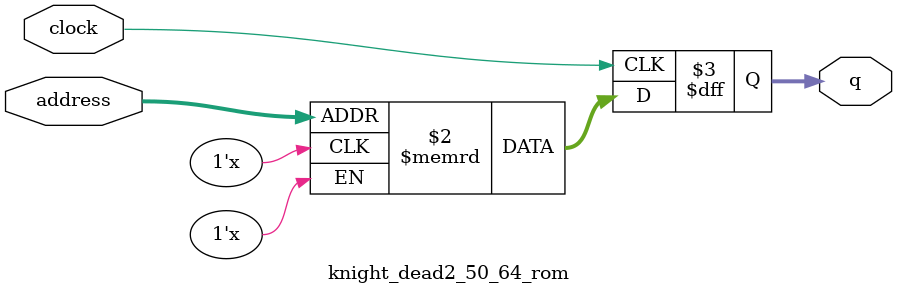
<source format=sv>
module knight_dead2_50_64_rom (
	input logic clock,
	input logic [11:0] address,
	output logic [2:0] q
);

logic [2:0] memory [0:3199] /* synthesis ram_init_file = "./knight_dead2_50_64/knight_dead2_50_64.mif" */;

always_ff @ (posedge clock) begin
	q <= memory[address];
end

endmodule

</source>
